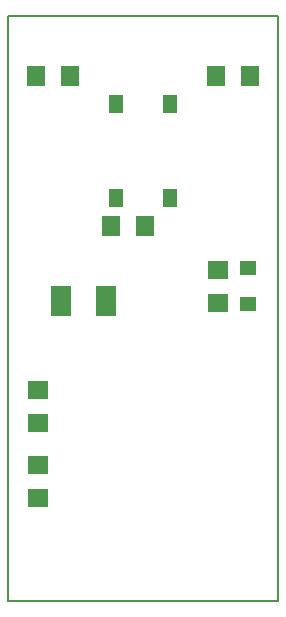
<source format=gtp>
G75*
%MOIN*%
%OFA0B0*%
%FSLAX24Y24*%
%IPPOS*%
%LPD*%
%AMOC8*
5,1,8,0,0,1.08239X$1,22.5*
%
%ADD10C,0.0080*%
%ADD11R,0.0630X0.0709*%
%ADD12R,0.0709X0.0630*%
%ADD13R,0.0669X0.0984*%
%ADD14R,0.0512X0.0610*%
%ADD15R,0.0551X0.0472*%
D10*
X000150Y000150D02*
X009150Y000150D01*
X009150Y019650D01*
X000150Y019650D01*
X000150Y000150D01*
D11*
X003599Y012649D03*
X004701Y012649D03*
X007098Y017651D03*
X008200Y017651D03*
X002201Y017650D03*
X001099Y017650D03*
D12*
X001150Y007201D03*
X001150Y006099D03*
X001150Y004701D03*
X001150Y003599D03*
X007150Y010099D03*
X007150Y011201D03*
D13*
X003401Y010150D03*
X001905Y010150D03*
D14*
X003764Y013585D03*
X003764Y016715D03*
X005536Y016715D03*
X005536Y013585D03*
D15*
X008150Y011241D03*
X008150Y010059D03*
M02*

</source>
